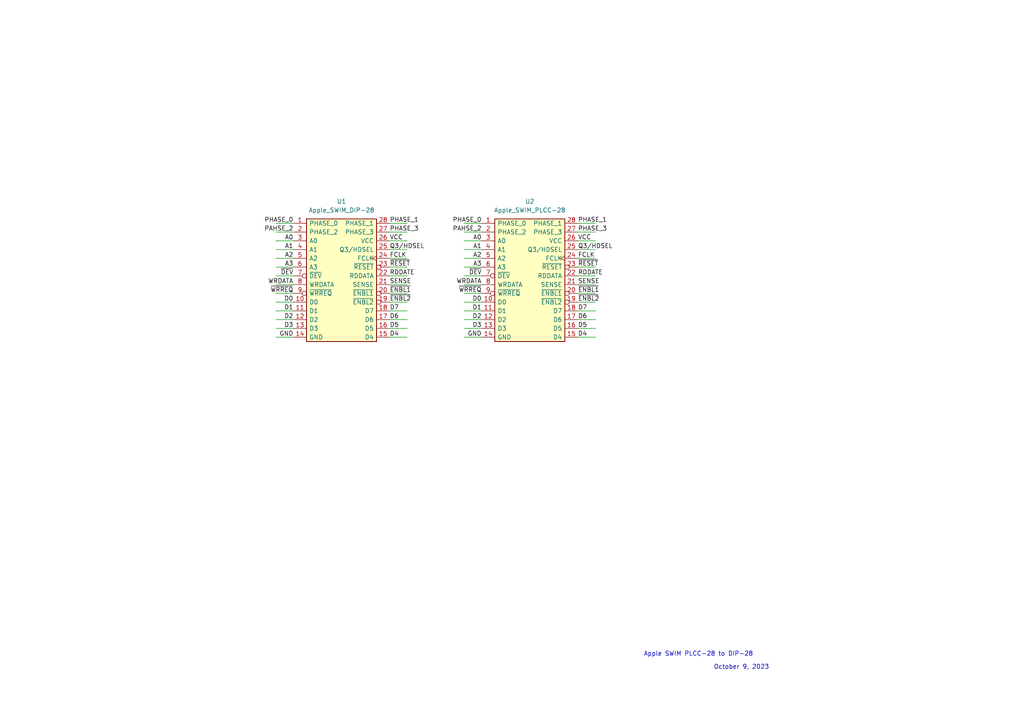
<source format=kicad_sch>
(kicad_sch (version 20211123) (generator eeschema)

  (uuid c73a1931-7372-48ba-ab36-914e4fba4a73)

  (paper "A4")

  (lib_symbols
    (symbol "alxlab:Apple_SWIM_DIP-28" (pin_names (offset 0.762)) (in_bom yes) (on_board yes)
      (property "Reference" "U" (id 0) (at 0 21.59 0)
        (effects (font (size 1.27 1.27)))
      )
      (property "Value" "Apple_SWIM_DIP-28" (id 1) (at 0 19.05 0)
        (effects (font (size 1.27 1.27)))
      )
      (property "Footprint" "Package_DIP:DIP-28_W15.24mm" (id 2) (at 0 -21.59 0)
        (effects (font (size 1.27 1.27)) hide)
      )
      (property "Datasheet" "" (id 3) (at 0 -5.08 0)
        (effects (font (size 1.27 1.27)) hide)
      )
      (symbol "Apple_SWIM_DIP-28_1_1"
        (rectangle (start -10.16 16.51) (end 10.16 -19.05)
          (stroke (width 0.254) (type default) (color 0 0 0 0))
          (fill (type background))
        )
        (pin bidirectional line (at -13.97 15.24 0) (length 3.81)
          (name "PHASE_0" (effects (font (size 1.27 1.27))))
          (number "1" (effects (font (size 1.27 1.27))))
        )
        (pin bidirectional line (at -13.97 -7.62 0) (length 3.81)
          (name "D0" (effects (font (size 1.27 1.27))))
          (number "10" (effects (font (size 1.27 1.27))))
        )
        (pin bidirectional line (at -13.97 -10.16 0) (length 3.81)
          (name "D1" (effects (font (size 1.27 1.27))))
          (number "11" (effects (font (size 1.27 1.27))))
        )
        (pin bidirectional line (at -13.97 -12.7 0) (length 3.81)
          (name "D2" (effects (font (size 1.27 1.27))))
          (number "12" (effects (font (size 1.27 1.27))))
        )
        (pin bidirectional line (at -13.97 -15.24 0) (length 3.81)
          (name "D3" (effects (font (size 1.27 1.27))))
          (number "13" (effects (font (size 1.27 1.27))))
        )
        (pin power_in line (at -13.97 -17.78 0) (length 3.81)
          (name "GND" (effects (font (size 1.27 1.27))))
          (number "14" (effects (font (size 1.27 1.27))))
        )
        (pin bidirectional line (at 13.97 -17.78 180) (length 3.81)
          (name "D4" (effects (font (size 1.27 1.27))))
          (number "15" (effects (font (size 1.27 1.27))))
        )
        (pin bidirectional line (at 13.97 -15.24 180) (length 3.81)
          (name "D5" (effects (font (size 1.27 1.27))))
          (number "16" (effects (font (size 1.27 1.27))))
        )
        (pin bidirectional line (at 13.97 -12.7 180) (length 3.81)
          (name "D6" (effects (font (size 1.27 1.27))))
          (number "17" (effects (font (size 1.27 1.27))))
        )
        (pin bidirectional line (at 13.97 -10.16 180) (length 3.81)
          (name "D7" (effects (font (size 1.27 1.27))))
          (number "18" (effects (font (size 1.27 1.27))))
        )
        (pin output inverted (at 13.97 -7.62 180) (length 3.81)
          (name "~{ENBL2}" (effects (font (size 1.27 1.27))))
          (number "19" (effects (font (size 1.27 1.27))))
        )
        (pin bidirectional line (at -13.97 12.7 0) (length 3.81)
          (name "PHASE_2" (effects (font (size 1.27 1.27))))
          (number "2" (effects (font (size 1.27 1.27))))
        )
        (pin output inverted (at 13.97 -5.08 180) (length 3.81)
          (name "~{ENBL1}" (effects (font (size 1.27 1.27))))
          (number "20" (effects (font (size 1.27 1.27))))
        )
        (pin input line (at 13.97 -2.54 180) (length 3.81)
          (name "SENSE" (effects (font (size 1.27 1.27))))
          (number "21" (effects (font (size 1.27 1.27))))
        )
        (pin input line (at 13.97 0 180) (length 3.81)
          (name "RDDATA" (effects (font (size 1.27 1.27))))
          (number "22" (effects (font (size 1.27 1.27))))
        )
        (pin input inverted (at 13.97 2.54 180) (length 3.81)
          (name "~{RESET}" (effects (font (size 1.27 1.27))))
          (number "23" (effects (font (size 1.27 1.27))))
        )
        (pin input clock (at 13.97 5.08 180) (length 3.81)
          (name "FCLK" (effects (font (size 1.27 1.27))))
          (number "24" (effects (font (size 1.27 1.27))))
        )
        (pin bidirectional line (at 13.97 7.62 180) (length 3.81)
          (name "Q3/HDSEL" (effects (font (size 1.27 1.27))))
          (number "25" (effects (font (size 1.27 1.27))))
        )
        (pin power_in line (at 13.97 10.16 180) (length 3.81)
          (name "VCC" (effects (font (size 1.27 1.27))))
          (number "26" (effects (font (size 1.27 1.27))))
        )
        (pin bidirectional line (at 13.97 12.7 180) (length 3.81)
          (name "PHASE_3" (effects (font (size 1.27 1.27))))
          (number "27" (effects (font (size 1.27 1.27))))
        )
        (pin bidirectional line (at 13.97 15.24 180) (length 3.81)
          (name "PHASE_1" (effects (font (size 1.27 1.27))))
          (number "28" (effects (font (size 1.27 1.27))))
        )
        (pin input line (at -13.97 10.16 0) (length 3.81)
          (name "A0" (effects (font (size 1.27 1.27))))
          (number "3" (effects (font (size 1.27 1.27))))
        )
        (pin input line (at -13.97 7.62 0) (length 3.81)
          (name "A1" (effects (font (size 1.27 1.27))))
          (number "4" (effects (font (size 1.27 1.27))))
        )
        (pin input line (at -13.97 5.08 0) (length 3.81)
          (name "A2" (effects (font (size 1.27 1.27))))
          (number "5" (effects (font (size 1.27 1.27))))
        )
        (pin input line (at -13.97 2.54 0) (length 3.81)
          (name "A3" (effects (font (size 1.27 1.27))))
          (number "6" (effects (font (size 1.27 1.27))))
        )
        (pin input inverted (at -13.97 0 0) (length 3.81)
          (name "~{DEV}" (effects (font (size 1.27 1.27))))
          (number "7" (effects (font (size 1.27 1.27))))
        )
        (pin output line (at -13.97 -2.54 0) (length 3.81)
          (name "WRDATA" (effects (font (size 1.27 1.27))))
          (number "8" (effects (font (size 1.27 1.27))))
        )
        (pin output inverted (at -13.97 -5.08 0) (length 3.81)
          (name "~{WRREQ}" (effects (font (size 1.27 1.27))))
          (number "9" (effects (font (size 1.27 1.27))))
        )
      )
    )
    (symbol "alxlab:Apple_SWIM_PLCC-28" (pin_names (offset 0.762)) (in_bom yes) (on_board yes)
      (property "Reference" "U" (id 0) (at 0 21.59 0)
        (effects (font (size 1.27 1.27)))
      )
      (property "Value" "Apple_SWIM_PLCC-28" (id 1) (at 0 19.05 0)
        (effects (font (size 1.27 1.27)))
      )
      (property "Footprint" "Package_LCC:PLCC-28" (id 2) (at 0 -21.59 0)
        (effects (font (size 1.27 1.27)) hide)
      )
      (property "Datasheet" "" (id 3) (at 0 -5.08 0)
        (effects (font (size 1.27 1.27)) hide)
      )
      (symbol "Apple_SWIM_PLCC-28_1_1"
        (rectangle (start -10.16 16.51) (end 10.16 -19.05)
          (stroke (width 0.254) (type default) (color 0 0 0 0))
          (fill (type background))
        )
        (pin bidirectional line (at -13.97 15.24 0) (length 3.81)
          (name "PHASE_0" (effects (font (size 1.27 1.27))))
          (number "1" (effects (font (size 1.27 1.27))))
        )
        (pin bidirectional line (at -13.97 -7.62 0) (length 3.81)
          (name "D0" (effects (font (size 1.27 1.27))))
          (number "10" (effects (font (size 1.27 1.27))))
        )
        (pin bidirectional line (at -13.97 -10.16 0) (length 3.81)
          (name "D1" (effects (font (size 1.27 1.27))))
          (number "11" (effects (font (size 1.27 1.27))))
        )
        (pin bidirectional line (at -13.97 -12.7 0) (length 3.81)
          (name "D2" (effects (font (size 1.27 1.27))))
          (number "12" (effects (font (size 1.27 1.27))))
        )
        (pin bidirectional line (at -13.97 -15.24 0) (length 3.81)
          (name "D3" (effects (font (size 1.27 1.27))))
          (number "13" (effects (font (size 1.27 1.27))))
        )
        (pin power_in line (at -13.97 -17.78 0) (length 3.81)
          (name "GND" (effects (font (size 1.27 1.27))))
          (number "14" (effects (font (size 1.27 1.27))))
        )
        (pin bidirectional line (at 13.97 -17.78 180) (length 3.81)
          (name "D4" (effects (font (size 1.27 1.27))))
          (number "15" (effects (font (size 1.27 1.27))))
        )
        (pin bidirectional line (at 13.97 -15.24 180) (length 3.81)
          (name "D5" (effects (font (size 1.27 1.27))))
          (number "16" (effects (font (size 1.27 1.27))))
        )
        (pin bidirectional line (at 13.97 -12.7 180) (length 3.81)
          (name "D6" (effects (font (size 1.27 1.27))))
          (number "17" (effects (font (size 1.27 1.27))))
        )
        (pin bidirectional line (at 13.97 -10.16 180) (length 3.81)
          (name "D7" (effects (font (size 1.27 1.27))))
          (number "18" (effects (font (size 1.27 1.27))))
        )
        (pin output inverted (at 13.97 -7.62 180) (length 3.81)
          (name "~{ENBL2}" (effects (font (size 1.27 1.27))))
          (number "19" (effects (font (size 1.27 1.27))))
        )
        (pin bidirectional line (at -13.97 12.7 0) (length 3.81)
          (name "PHASE_2" (effects (font (size 1.27 1.27))))
          (number "2" (effects (font (size 1.27 1.27))))
        )
        (pin output inverted (at 13.97 -5.08 180) (length 3.81)
          (name "~{ENBL1}" (effects (font (size 1.27 1.27))))
          (number "20" (effects (font (size 1.27 1.27))))
        )
        (pin input line (at 13.97 -2.54 180) (length 3.81)
          (name "SENSE" (effects (font (size 1.27 1.27))))
          (number "21" (effects (font (size 1.27 1.27))))
        )
        (pin input line (at 13.97 0 180) (length 3.81)
          (name "RDDATA" (effects (font (size 1.27 1.27))))
          (number "22" (effects (font (size 1.27 1.27))))
        )
        (pin input inverted (at 13.97 2.54 180) (length 3.81)
          (name "~{RESET}" (effects (font (size 1.27 1.27))))
          (number "23" (effects (font (size 1.27 1.27))))
        )
        (pin input clock (at 13.97 5.08 180) (length 3.81)
          (name "FCLK" (effects (font (size 1.27 1.27))))
          (number "24" (effects (font (size 1.27 1.27))))
        )
        (pin bidirectional line (at 13.97 7.62 180) (length 3.81)
          (name "Q3/HDSEL" (effects (font (size 1.27 1.27))))
          (number "25" (effects (font (size 1.27 1.27))))
        )
        (pin power_in line (at 13.97 10.16 180) (length 3.81)
          (name "VCC" (effects (font (size 1.27 1.27))))
          (number "26" (effects (font (size 1.27 1.27))))
        )
        (pin bidirectional line (at 13.97 12.7 180) (length 3.81)
          (name "PHASE_3" (effects (font (size 1.27 1.27))))
          (number "27" (effects (font (size 1.27 1.27))))
        )
        (pin bidirectional line (at 13.97 15.24 180) (length 3.81)
          (name "PHASE_1" (effects (font (size 1.27 1.27))))
          (number "28" (effects (font (size 1.27 1.27))))
        )
        (pin input line (at -13.97 10.16 0) (length 3.81)
          (name "A0" (effects (font (size 1.27 1.27))))
          (number "3" (effects (font (size 1.27 1.27))))
        )
        (pin input line (at -13.97 7.62 0) (length 3.81)
          (name "A1" (effects (font (size 1.27 1.27))))
          (number "4" (effects (font (size 1.27 1.27))))
        )
        (pin input line (at -13.97 5.08 0) (length 3.81)
          (name "A2" (effects (font (size 1.27 1.27))))
          (number "5" (effects (font (size 1.27 1.27))))
        )
        (pin input line (at -13.97 2.54 0) (length 3.81)
          (name "A3" (effects (font (size 1.27 1.27))))
          (number "6" (effects (font (size 1.27 1.27))))
        )
        (pin input inverted (at -13.97 0 0) (length 3.81)
          (name "~{DEV}" (effects (font (size 1.27 1.27))))
          (number "7" (effects (font (size 1.27 1.27))))
        )
        (pin output line (at -13.97 -2.54 0) (length 3.81)
          (name "WRDATA" (effects (font (size 1.27 1.27))))
          (number "8" (effects (font (size 1.27 1.27))))
        )
        (pin output inverted (at -13.97 -5.08 0) (length 3.81)
          (name "~{WRREQ}" (effects (font (size 1.27 1.27))))
          (number "9" (effects (font (size 1.27 1.27))))
        )
      )
    )
  )


  (wire (pts (xy 80.01 67.31) (xy 85.09 67.31))
    (stroke (width 0) (type default) (color 0 0 0 0))
    (uuid 02b6d859-cf0a-4b78-90d7-c245f4606047)
  )
  (wire (pts (xy 80.01 80.01) (xy 85.09 80.01))
    (stroke (width 0) (type default) (color 0 0 0 0))
    (uuid 0561e8e0-7b08-41d1-b83c-2c8c790e25cd)
  )
  (wire (pts (xy 113.03 90.17) (xy 118.11 90.17))
    (stroke (width 0) (type default) (color 0 0 0 0))
    (uuid 0b4b483e-d99d-4f87-b4f8-71da52a8e61e)
  )
  (wire (pts (xy 80.01 69.85) (xy 85.09 69.85))
    (stroke (width 0) (type default) (color 0 0 0 0))
    (uuid 0d9320bb-9627-46bc-9ef6-5a7587493f01)
  )
  (wire (pts (xy 113.03 97.79) (xy 118.11 97.79))
    (stroke (width 0) (type default) (color 0 0 0 0))
    (uuid 0ee116da-0fc1-46a0-9267-732f40e70fe2)
  )
  (wire (pts (xy 80.01 82.55) (xy 85.09 82.55))
    (stroke (width 0) (type default) (color 0 0 0 0))
    (uuid 2035f49e-1f8c-4c90-bf34-b8f0fbf9c692)
  )
  (wire (pts (xy 134.62 95.25) (xy 139.7 95.25))
    (stroke (width 0) (type default) (color 0 0 0 0))
    (uuid 21a6a613-cd7a-422b-ac0a-8e25fbcf2593)
  )
  (wire (pts (xy 167.64 67.31) (xy 172.72 67.31))
    (stroke (width 0) (type default) (color 0 0 0 0))
    (uuid 25b118b6-c3d8-4b1e-b1ea-7f6cfc095a0b)
  )
  (wire (pts (xy 113.03 80.01) (xy 118.11 80.01))
    (stroke (width 0) (type default) (color 0 0 0 0))
    (uuid 2a3db7da-00db-4266-9343-a2a2b1142648)
  )
  (wire (pts (xy 167.64 74.93) (xy 172.72 74.93))
    (stroke (width 0) (type default) (color 0 0 0 0))
    (uuid 2cbff663-a1a6-4a16-afbe-e942a7a9941c)
  )
  (wire (pts (xy 167.64 69.85) (xy 172.72 69.85))
    (stroke (width 0) (type default) (color 0 0 0 0))
    (uuid 2d631636-af06-4879-8ebb-75fbc8ecbe74)
  )
  (wire (pts (xy 134.62 87.63) (xy 139.7 87.63))
    (stroke (width 0) (type default) (color 0 0 0 0))
    (uuid 30f9f705-a157-4364-8ebf-f4e94ae78272)
  )
  (wire (pts (xy 167.64 85.09) (xy 172.72 85.09))
    (stroke (width 0) (type default) (color 0 0 0 0))
    (uuid 32bad0e2-d3a9-4bd3-b9fe-482beb10a57a)
  )
  (wire (pts (xy 134.62 92.71) (xy 139.7 92.71))
    (stroke (width 0) (type default) (color 0 0 0 0))
    (uuid 3498303e-cf85-4500-9da5-c4a2b33a2086)
  )
  (wire (pts (xy 167.64 97.79) (xy 172.72 97.79))
    (stroke (width 0) (type default) (color 0 0 0 0))
    (uuid 38b8e677-1b65-4f87-9bcf-2432bdf46311)
  )
  (wire (pts (xy 134.62 90.17) (xy 139.7 90.17))
    (stroke (width 0) (type default) (color 0 0 0 0))
    (uuid 392489c8-2e8c-4985-af57-411f4da06e1b)
  )
  (wire (pts (xy 80.01 87.63) (xy 85.09 87.63))
    (stroke (width 0) (type default) (color 0 0 0 0))
    (uuid 40e3e4db-31f7-4c20-8cb0-046ecca1ebc6)
  )
  (wire (pts (xy 134.62 64.77) (xy 139.7 64.77))
    (stroke (width 0) (type default) (color 0 0 0 0))
    (uuid 455dcbd2-9929-45ac-a3ba-1139f1910dce)
  )
  (wire (pts (xy 134.62 82.55) (xy 139.7 82.55))
    (stroke (width 0) (type default) (color 0 0 0 0))
    (uuid 459f5382-e0d4-4fba-b2f8-04a528eba67c)
  )
  (wire (pts (xy 167.64 72.39) (xy 172.72 72.39))
    (stroke (width 0) (type default) (color 0 0 0 0))
    (uuid 459fd3e7-9f48-4efb-92fa-b17650ace633)
  )
  (wire (pts (xy 134.62 97.79) (xy 139.7 97.79))
    (stroke (width 0) (type default) (color 0 0 0 0))
    (uuid 519c75a6-8c2d-42d8-b4cd-6ea588e110d9)
  )
  (wire (pts (xy 113.03 67.31) (xy 118.11 67.31))
    (stroke (width 0) (type default) (color 0 0 0 0))
    (uuid 58823515-067b-4088-adcf-f936dc601458)
  )
  (wire (pts (xy 134.62 80.01) (xy 139.7 80.01))
    (stroke (width 0) (type default) (color 0 0 0 0))
    (uuid 627d7652-8c30-4023-a796-1c7815527327)
  )
  (wire (pts (xy 167.64 80.01) (xy 172.72 80.01))
    (stroke (width 0) (type default) (color 0 0 0 0))
    (uuid 628d54b3-8010-4e87-aa13-f62600322e9a)
  )
  (wire (pts (xy 113.03 64.77) (xy 118.11 64.77))
    (stroke (width 0) (type default) (color 0 0 0 0))
    (uuid 674903d4-3993-43fe-8088-8f6923f9c8ed)
  )
  (wire (pts (xy 113.03 82.55) (xy 118.11 82.55))
    (stroke (width 0) (type default) (color 0 0 0 0))
    (uuid 67be4e14-ea59-46f5-b95a-a1a9b816001b)
  )
  (wire (pts (xy 167.64 82.55) (xy 172.72 82.55))
    (stroke (width 0) (type default) (color 0 0 0 0))
    (uuid 6a643e6a-6faf-40e4-ad5f-1b7964229d63)
  )
  (wire (pts (xy 113.03 77.47) (xy 118.11 77.47))
    (stroke (width 0) (type default) (color 0 0 0 0))
    (uuid 6cd2648a-da3d-4419-8c70-860a6c0ba09d)
  )
  (wire (pts (xy 80.01 74.93) (xy 85.09 74.93))
    (stroke (width 0) (type default) (color 0 0 0 0))
    (uuid 76c4295e-b705-42d8-92bd-babb28513eaa)
  )
  (wire (pts (xy 167.64 77.47) (xy 172.72 77.47))
    (stroke (width 0) (type default) (color 0 0 0 0))
    (uuid 7736d603-1ff7-47d0-8691-1afcc0c93da0)
  )
  (wire (pts (xy 113.03 92.71) (xy 118.11 92.71))
    (stroke (width 0) (type default) (color 0 0 0 0))
    (uuid 7afe3fa1-9c3b-45ac-b7a9-d060f20061ef)
  )
  (wire (pts (xy 113.03 72.39) (xy 118.11 72.39))
    (stroke (width 0) (type default) (color 0 0 0 0))
    (uuid 7b8373a8-d2bd-4553-93e6-da6b974073e1)
  )
  (wire (pts (xy 134.62 72.39) (xy 139.7 72.39))
    (stroke (width 0) (type default) (color 0 0 0 0))
    (uuid 7ee8a3e7-8d83-43f2-a518-117ee8264543)
  )
  (wire (pts (xy 113.03 74.93) (xy 118.11 74.93))
    (stroke (width 0) (type default) (color 0 0 0 0))
    (uuid 86e6b908-0f05-41ff-b1c1-6a6893b3aff0)
  )
  (wire (pts (xy 167.64 95.25) (xy 172.72 95.25))
    (stroke (width 0) (type default) (color 0 0 0 0))
    (uuid 880ba381-2419-496a-83a8-1f8359a88a75)
  )
  (wire (pts (xy 134.62 85.09) (xy 139.7 85.09))
    (stroke (width 0) (type default) (color 0 0 0 0))
    (uuid 90d788df-080f-435b-8847-6c80235b5cc1)
  )
  (wire (pts (xy 80.01 95.25) (xy 85.09 95.25))
    (stroke (width 0) (type default) (color 0 0 0 0))
    (uuid 9809f965-8441-4076-93ff-990df5338e33)
  )
  (wire (pts (xy 134.62 74.93) (xy 139.7 74.93))
    (stroke (width 0) (type default) (color 0 0 0 0))
    (uuid a28250b4-91b9-46d8-bc86-97a015c247b0)
  )
  (wire (pts (xy 113.03 95.25) (xy 118.11 95.25))
    (stroke (width 0) (type default) (color 0 0 0 0))
    (uuid a6faa453-6cbb-4fd0-a7ae-ef45e5e825d2)
  )
  (wire (pts (xy 167.64 64.77) (xy 172.72 64.77))
    (stroke (width 0) (type default) (color 0 0 0 0))
    (uuid a768cfab-d3fe-4a4c-89f6-4cb3ef854c0f)
  )
  (wire (pts (xy 113.03 87.63) (xy 118.11 87.63))
    (stroke (width 0) (type default) (color 0 0 0 0))
    (uuid aab8301c-ca87-4cbc-b22a-2ef76b68766d)
  )
  (wire (pts (xy 80.01 97.79) (xy 85.09 97.79))
    (stroke (width 0) (type default) (color 0 0 0 0))
    (uuid ac03afe3-1693-47b6-9a6d-7fa2d6be2bb2)
  )
  (wire (pts (xy 113.03 85.09) (xy 118.11 85.09))
    (stroke (width 0) (type default) (color 0 0 0 0))
    (uuid ae8507f8-e78b-4caf-bba4-13f24069c6c2)
  )
  (wire (pts (xy 80.01 92.71) (xy 85.09 92.71))
    (stroke (width 0) (type default) (color 0 0 0 0))
    (uuid b1e8ac0c-671a-4b81-a40e-af327854a0eb)
  )
  (wire (pts (xy 134.62 67.31) (xy 139.7 67.31))
    (stroke (width 0) (type default) (color 0 0 0 0))
    (uuid bae72022-34a5-4793-8670-714ac6f621ec)
  )
  (wire (pts (xy 113.03 69.85) (xy 118.11 69.85))
    (stroke (width 0) (type default) (color 0 0 0 0))
    (uuid bb1e62f1-7151-4158-829d-23199232a95c)
  )
  (wire (pts (xy 80.01 77.47) (xy 85.09 77.47))
    (stroke (width 0) (type default) (color 0 0 0 0))
    (uuid be04cb78-3e88-4e03-a795-bc75366a9bf8)
  )
  (wire (pts (xy 167.64 92.71) (xy 172.72 92.71))
    (stroke (width 0) (type default) (color 0 0 0 0))
    (uuid c6777adf-e387-4d6e-b59c-4fa8508b1721)
  )
  (wire (pts (xy 167.64 90.17) (xy 172.72 90.17))
    (stroke (width 0) (type default) (color 0 0 0 0))
    (uuid c69f8967-8da1-4ce2-b3c3-d59c5222e34f)
  )
  (wire (pts (xy 80.01 72.39) (xy 85.09 72.39))
    (stroke (width 0) (type default) (color 0 0 0 0))
    (uuid c7efe72e-82cf-405f-8fa8-cdbd9a6cc7a5)
  )
  (wire (pts (xy 167.64 87.63) (xy 172.72 87.63))
    (stroke (width 0) (type default) (color 0 0 0 0))
    (uuid cc1886fd-82de-4088-acbf-a57bf303a673)
  )
  (wire (pts (xy 80.01 90.17) (xy 85.09 90.17))
    (stroke (width 0) (type default) (color 0 0 0 0))
    (uuid cff431d5-fc8b-467b-a3b3-fec3e4a11a7b)
  )
  (wire (pts (xy 80.01 85.09) (xy 85.09 85.09))
    (stroke (width 0) (type default) (color 0 0 0 0))
    (uuid e5e53f8c-9e62-47eb-8c94-b9e0e611d76f)
  )
  (wire (pts (xy 134.62 69.85) (xy 139.7 69.85))
    (stroke (width 0) (type default) (color 0 0 0 0))
    (uuid ec9179a5-0583-45c2-a530-a4bc90afe8dd)
  )
  (wire (pts (xy 134.62 77.47) (xy 139.7 77.47))
    (stroke (width 0) (type default) (color 0 0 0 0))
    (uuid eea382ba-1c0e-479d-af95-f5881eb5b5c0)
  )
  (wire (pts (xy 80.01 64.77) (xy 85.09 64.77))
    (stroke (width 0) (type default) (color 0 0 0 0))
    (uuid f567472e-c4a4-4af6-a89b-c91c8dc83b5b)
  )

  (text "October 9, 2023" (at 207.01 194.31 0)
    (effects (font (size 1.27 1.27)) (justify left bottom))
    (uuid a9ceb9ca-2b31-409c-b7db-d82bc450a9d7)
  )
  (text "Apple SWIM PLCC-28 to DIP-28" (at 186.69 190.5 0)
    (effects (font (size 1.27 1.27)) (justify left bottom))
    (uuid e7d3459e-13c6-4acb-97b4-d5541c6d361a)
  )

  (label "VCC" (at 113.03 69.85 0)
    (effects (font (size 1.27 1.27)) (justify left bottom))
    (uuid 05db3f09-fd82-4610-a5c8-505c71c14a55)
  )
  (label "A2" (at 139.7 74.93 180)
    (effects (font (size 1.27 1.27)) (justify right bottom))
    (uuid 08aca307-91e0-4a01-9c5b-6cffebb6e6aa)
  )
  (label "SENSE" (at 113.03 82.55 0)
    (effects (font (size 1.27 1.27)) (justify left bottom))
    (uuid 10158689-f387-4298-8d43-2835b30e39af)
  )
  (label "D1" (at 85.09 90.17 180)
    (effects (font (size 1.27 1.27)) (justify right bottom))
    (uuid 1019dbdb-4c0a-4216-bcbd-289491dc2ee1)
  )
  (label "PAHSE_2" (at 85.09 67.31 180)
    (effects (font (size 1.27 1.27)) (justify right bottom))
    (uuid 10d22977-b333-4d9f-84e4-a43a2a41a298)
  )
  (label "~{DEV}" (at 139.7 80.01 180)
    (effects (font (size 1.27 1.27)) (justify right bottom))
    (uuid 11ff4699-51f3-4621-aea4-5232c437635f)
  )
  (label "D4" (at 113.03 97.79 0)
    (effects (font (size 1.27 1.27)) (justify left bottom))
    (uuid 1716a84b-a961-481c-9bc6-d61268abccd8)
  )
  (label "Q3{slash}HDSEL" (at 113.03 72.39 0)
    (effects (font (size 1.27 1.27)) (justify left bottom))
    (uuid 17511131-3bf5-4811-8322-95f6aa5324af)
  )
  (label "PHASE_0" (at 139.7 64.77 180)
    (effects (font (size 1.27 1.27)) (justify right bottom))
    (uuid 1a5852d0-d6fa-4f4f-9989-765e820e031c)
  )
  (label "D0" (at 139.7 87.63 180)
    (effects (font (size 1.27 1.27)) (justify right bottom))
    (uuid 1a7af7a3-71dd-4c0a-8ff3-72d30e4b0a48)
  )
  (label "D1" (at 139.7 90.17 180)
    (effects (font (size 1.27 1.27)) (justify right bottom))
    (uuid 2042e5b9-fc2d-467f-aed6-afbfc7e56eb4)
  )
  (label "D5" (at 113.03 95.25 0)
    (effects (font (size 1.27 1.27)) (justify left bottom))
    (uuid 243161f9-23a8-4602-95dd-368c736d2eb7)
  )
  (label "WRDATA" (at 139.7 82.55 180)
    (effects (font (size 1.27 1.27)) (justify right bottom))
    (uuid 277db72f-2990-4af5-8f33-77151ccb1ede)
  )
  (label "~{DEV}" (at 85.09 80.01 180)
    (effects (font (size 1.27 1.27)) (justify right bottom))
    (uuid 310ce6b1-5927-4c56-85dd-3ebfba5f0893)
  )
  (label "D6" (at 167.64 92.71 0)
    (effects (font (size 1.27 1.27)) (justify left bottom))
    (uuid 32cbb571-e1d5-451b-902d-549ca15c02f8)
  )
  (label "D6" (at 113.03 92.71 0)
    (effects (font (size 1.27 1.27)) (justify left bottom))
    (uuid 39b2519e-ff99-4de8-a81c-938d869f6391)
  )
  (label "PAHSE_2" (at 139.7 67.31 180)
    (effects (font (size 1.27 1.27)) (justify right bottom))
    (uuid 3a8aa968-dbe3-45bf-ba47-c5bfcb193d81)
  )
  (label "FCLK" (at 113.03 74.93 0)
    (effects (font (size 1.27 1.27)) (justify left bottom))
    (uuid 459f7be2-249d-414a-b094-17e426de5841)
  )
  (label "D7" (at 167.64 90.17 0)
    (effects (font (size 1.27 1.27)) (justify left bottom))
    (uuid 4c80e076-9c12-47cb-bcb1-0d942ba5ee18)
  )
  (label "D7" (at 113.03 90.17 0)
    (effects (font (size 1.27 1.27)) (justify left bottom))
    (uuid 5132e916-c6da-4ec7-b637-6ee9df1d6688)
  )
  (label "D5" (at 167.64 95.25 0)
    (effects (font (size 1.27 1.27)) (justify left bottom))
    (uuid 58b4f40a-7b94-409e-80ad-a7857f9bf796)
  )
  (label "D0" (at 85.09 87.63 180)
    (effects (font (size 1.27 1.27)) (justify right bottom))
    (uuid 5cb39d63-bc01-4080-a15d-acc27ea3646b)
  )
  (label "FCLK" (at 167.64 74.93 0)
    (effects (font (size 1.27 1.27)) (justify left bottom))
    (uuid 5f83c641-490c-482d-8bcf-909cda676280)
  )
  (label "GND" (at 85.09 97.79 180)
    (effects (font (size 1.27 1.27)) (justify right bottom))
    (uuid 638c3b27-94be-49db-ad8a-aa48d27025ec)
  )
  (label "SENSE" (at 167.64 82.55 0)
    (effects (font (size 1.27 1.27)) (justify left bottom))
    (uuid 64c9186a-7d86-44e3-99fd-bc7781909060)
  )
  (label "RDDATE" (at 167.64 80.01 0)
    (effects (font (size 1.27 1.27)) (justify left bottom))
    (uuid 6f48f3aa-7236-4c8c-9ea9-4f9fc2fa4bdc)
  )
  (label "PHASE_1" (at 113.03 64.77 0)
    (effects (font (size 1.27 1.27)) (justify left bottom))
    (uuid 76180914-910c-442c-94f4-d31883a46028)
  )
  (label "A0" (at 85.09 69.85 180)
    (effects (font (size 1.27 1.27)) (justify right bottom))
    (uuid 7d620d28-2558-4e93-9ba8-bfa233310e80)
  )
  (label "~{ENBL2}" (at 167.64 87.63 0)
    (effects (font (size 1.27 1.27)) (justify left bottom))
    (uuid 7df31f7b-4f3d-4c6b-9c42-54ae970d6705)
  )
  (label "~{ENBL1}" (at 113.03 85.09 0)
    (effects (font (size 1.27 1.27)) (justify left bottom))
    (uuid 867245c7-8806-4d05-98e6-146192dbdfcd)
  )
  (label "D2" (at 139.7 92.71 180)
    (effects (font (size 1.27 1.27)) (justify right bottom))
    (uuid 86dcf8dd-ecb7-481b-9c2d-6df8e7275f6d)
  )
  (label "A3" (at 85.09 77.47 180)
    (effects (font (size 1.27 1.27)) (justify right bottom))
    (uuid 86e5ec4a-c078-46a4-9805-91f04103445f)
  )
  (label "Q3{slash}HDSEL" (at 167.64 72.39 0)
    (effects (font (size 1.27 1.27)) (justify left bottom))
    (uuid 882941c8-b4d1-4273-9a3e-9140097eee06)
  )
  (label "WRDATA" (at 85.09 82.55 180)
    (effects (font (size 1.27 1.27)) (justify right bottom))
    (uuid 8f3827df-0a74-42bb-92dc-d8397b74ba52)
  )
  (label "D4" (at 167.64 97.79 0)
    (effects (font (size 1.27 1.27)) (justify left bottom))
    (uuid 99b0d1b3-1a07-4c7a-8d74-823b7ba2b32c)
  )
  (label "VCC" (at 167.64 69.85 0)
    (effects (font (size 1.27 1.27)) (justify left bottom))
    (uuid 9a064fc9-3567-4913-95ba-47b14b4a73b5)
  )
  (label "~{ENBL1}" (at 167.64 85.09 0)
    (effects (font (size 1.27 1.27)) (justify left bottom))
    (uuid a125d320-30e9-4b7d-ac88-218b4d544837)
  )
  (label "D3" (at 139.7 95.25 180)
    (effects (font (size 1.27 1.27)) (justify right bottom))
    (uuid a42ed9d8-377a-48b9-81e0-6c72d795c8c6)
  )
  (label "~{ENBL2}" (at 113.03 87.63 0)
    (effects (font (size 1.27 1.27)) (justify left bottom))
    (uuid a76ba7f0-e01f-4320-9d83-988a52f1f1bb)
  )
  (label "PHASE_3" (at 113.03 67.31 0)
    (effects (font (size 1.27 1.27)) (justify left bottom))
    (uuid aa881390-04ea-4693-88ba-f99a5810a3d7)
  )
  (label "D2" (at 85.09 92.71 180)
    (effects (font (size 1.27 1.27)) (justify right bottom))
    (uuid b2640040-e8eb-4995-881d-e92012cbbcbd)
  )
  (label "~{WRREQ}" (at 139.7 85.09 180)
    (effects (font (size 1.27 1.27)) (justify right bottom))
    (uuid b51d3f3d-df55-481a-bc4e-241bb0d60766)
  )
  (label "D3" (at 85.09 95.25 180)
    (effects (font (size 1.27 1.27)) (justify right bottom))
    (uuid b790484d-b60a-43e8-af8c-0b604df59f31)
  )
  (label "PHASE_1" (at 167.64 64.77 0)
    (effects (font (size 1.27 1.27)) (justify left bottom))
    (uuid c6e60d6c-66e1-4a31-829d-6a83561b5bfa)
  )
  (label "~{RESET}" (at 167.64 77.47 0)
    (effects (font (size 1.27 1.27)) (justify left bottom))
    (uuid ca7470fe-a50c-4193-9239-bca1c7d42264)
  )
  (label "RDDATE" (at 113.03 80.01 0)
    (effects (font (size 1.27 1.27)) (justify left bottom))
    (uuid ce2d38bc-4710-412d-bc4f-2f0b1c8ecefa)
  )
  (label "GND" (at 139.7 97.79 180)
    (effects (font (size 1.27 1.27)) (justify right bottom))
    (uuid d41fc976-8dd2-4567-82e5-a3eca3567281)
  )
  (label "A0" (at 139.7 69.85 180)
    (effects (font (size 1.27 1.27)) (justify right bottom))
    (uuid d9649e38-14eb-4adb-9707-f1b2ade146dc)
  )
  (label "A3" (at 139.7 77.47 180)
    (effects (font (size 1.27 1.27)) (justify right bottom))
    (uuid dd4a77f9-579b-4a5c-88bf-167a31be74fb)
  )
  (label "PHASE_0" (at 85.09 64.77 180)
    (effects (font (size 1.27 1.27)) (justify right bottom))
    (uuid e2d2c283-680a-4dc6-b845-af4b3ddfc455)
  )
  (label "~{RESET}" (at 113.03 77.47 0)
    (effects (font (size 1.27 1.27)) (justify left bottom))
    (uuid e334e448-63fb-4482-a352-07745f5e9b2e)
  )
  (label "A1" (at 139.7 72.39 180)
    (effects (font (size 1.27 1.27)) (justify right bottom))
    (uuid e4a30378-1139-4453-b5b4-43b0e1c4487c)
  )
  (label "A1" (at 85.09 72.39 180)
    (effects (font (size 1.27 1.27)) (justify right bottom))
    (uuid ea9f5482-93b7-4026-8389-342ecb1656d1)
  )
  (label "A2" (at 85.09 74.93 180)
    (effects (font (size 1.27 1.27)) (justify right bottom))
    (uuid f95d71e3-cdc7-45a3-9e43-e3bcf3fd80c7)
  )
  (label "PHASE_3" (at 167.64 67.31 0)
    (effects (font (size 1.27 1.27)) (justify left bottom))
    (uuid fac71445-e75a-41d5-8f9c-d12a6214deaa)
  )
  (label "~{WRREQ}" (at 85.09 85.09 180)
    (effects (font (size 1.27 1.27)) (justify right bottom))
    (uuid fefc9b3a-1140-4372-8e07-d3f0bf112341)
  )

  (symbol (lib_id "alxlab:Apple_SWIM_DIP-28") (at 99.06 80.01 0) (unit 1)
    (in_bom yes) (on_board yes) (fields_autoplaced)
    (uuid 3e73c391-e181-4b57-a61c-7f124dc14734)
    (property "Reference" "U1" (id 0) (at 99.06 58.42 0))
    (property "Value" "Apple_SWIM_DIP-28" (id 1) (at 99.06 60.96 0))
    (property "Footprint" "alxlab:DIP-28_W15.24mm_Lead-Frame_SHP-001" (id 2) (at 99.06 101.6 0)
      (effects (font (size 1.27 1.27)) hide)
    )
    (property "Datasheet" "" (id 3) (at 99.06 85.09 0)
      (effects (font (size 1.27 1.27)) hide)
    )
    (pin "1" (uuid 605ed069-dce8-452c-89fe-835b82a9db6d))
    (pin "10" (uuid ca38dc56-1ec2-4282-983a-5786316e8ca9))
    (pin "11" (uuid ca20b7cc-7178-423f-8e7a-eef30f26b0db))
    (pin "12" (uuid 5e4476c6-ec11-41a6-a284-9cce21b10212))
    (pin "13" (uuid 217eab3d-36ed-4ffd-a916-64e75995b3f9))
    (pin "14" (uuid 05316ddf-aa77-46fb-80a3-b336c119b98a))
    (pin "15" (uuid f3111a41-122f-4f49-b4da-cb5661a89aeb))
    (pin "16" (uuid fbe4d44f-ceab-4551-973c-23a8e5f16f12))
    (pin "17" (uuid 8cdb1b02-0110-47dc-b9a3-868cfad6dd7e))
    (pin "18" (uuid f041a8c8-8fea-49e7-8739-1274bc9e9a82))
    (pin "19" (uuid 9627aa5a-d736-4444-bf47-a229a0256d17))
    (pin "2" (uuid f991e62f-b437-43fa-ab79-60c2c227b4a8))
    (pin "20" (uuid 53a3a1f8-5eab-443a-98fd-e38e055c39b7))
    (pin "21" (uuid beeb5e84-ebd8-4531-afe2-3a67133a82d4))
    (pin "22" (uuid 41c55ca1-4923-42e2-9ea8-559b0aece891))
    (pin "23" (uuid be5ab4fe-1c8d-403f-b43a-449b011205ff))
    (pin "24" (uuid 4819f262-7da0-46e7-b1d9-3e7d661ab6b1))
    (pin "25" (uuid 6b13d442-51de-4420-a249-2466d77b0569))
    (pin "26" (uuid c5e31156-adf4-4dc1-8eb1-662a24f803d2))
    (pin "27" (uuid 2f48a028-938f-4246-8fe8-d60eb2933954))
    (pin "28" (uuid 46f2e611-cfaf-4825-84f9-4e9bc9ad13bf))
    (pin "3" (uuid c11e1120-5e29-4e21-b65b-3404ce71cce6))
    (pin "4" (uuid 18d6edbf-f1be-4258-9076-9faf1b6d9b02))
    (pin "5" (uuid 8648f052-1183-4b97-903f-40de00eb13be))
    (pin "6" (uuid cab6a35b-a153-4c14-900c-30a952ec547a))
    (pin "7" (uuid 6c3eeb0a-222d-446e-997f-f86ee46cf795))
    (pin "8" (uuid f742e50f-d758-44ff-b565-6c6e4232b040))
    (pin "9" (uuid 33f71744-8e70-44e6-af2e-50c9dce2e8ef))
  )

  (symbol (lib_id "alxlab:Apple_SWIM_PLCC-28") (at 153.67 80.01 0) (unit 1)
    (in_bom yes) (on_board yes) (fields_autoplaced)
    (uuid c5b8216e-a129-4761-8e53-5ceee9d53582)
    (property "Reference" "U2" (id 0) (at 153.67 58.42 0))
    (property "Value" "Apple_SWIM_PLCC-28" (id 1) (at 153.67 60.96 0))
    (property "Footprint" "Package_LCC:PLCC-28_THT-Socket" (id 2) (at 153.67 101.6 0)
      (effects (font (size 1.27 1.27)) hide)
    )
    (property "Datasheet" "" (id 3) (at 153.67 85.09 0)
      (effects (font (size 1.27 1.27)) hide)
    )
    (pin "1" (uuid 4901b3fc-4b66-4e86-8b25-710d223c4e47))
    (pin "10" (uuid 84469510-dcc2-4264-9736-4bc99d0fd2dd))
    (pin "11" (uuid d37055df-ed59-4129-ada5-680c10998e8d))
    (pin "12" (uuid 4a09955a-3476-4996-825f-17a1044e0e57))
    (pin "13" (uuid bfff799e-7206-4aa5-a8c4-2a55df9b887e))
    (pin "14" (uuid cbd5ca37-b5ed-4b2d-99ec-6bb852e7a032))
    (pin "15" (uuid 4f14f9f9-6a8d-44b3-b549-3bac2de77c3e))
    (pin "16" (uuid 064f8169-a5e6-4e69-bd7a-16b461726b7d))
    (pin "17" (uuid 95debedb-5321-462f-8fec-6b03eee930c1))
    (pin "18" (uuid 95419891-1068-422e-91e2-6fd384d6309b))
    (pin "19" (uuid 25bcdba8-83f9-44d5-bd35-dd8df560348b))
    (pin "2" (uuid 505b9dfb-88e5-4556-8f6e-2d2a48a50146))
    (pin "20" (uuid a57a9b64-83a9-4cdf-93d2-3c7c23398044))
    (pin "21" (uuid 3f87d873-0659-4529-8c63-8d1ea9b45050))
    (pin "22" (uuid 912c2bdc-8845-4f4d-b0fe-40b4a0246567))
    (pin "23" (uuid 914c0aa5-097d-4b60-a251-26d07c20d797))
    (pin "24" (uuid 9110a4ae-84a9-4b4b-aee8-57c43529b0ce))
    (pin "25" (uuid 209a8e41-9b40-4deb-8382-f84ac92099e2))
    (pin "26" (uuid c13783d9-c69a-413b-9bfd-f1ad04709d0d))
    (pin "27" (uuid 9857f640-4ae5-4c0d-8c16-b5a9b4ab7037))
    (pin "28" (uuid e1ec1f90-e2b1-406b-8e42-cd15c58f9f28))
    (pin "3" (uuid dd20a738-430b-43c8-a753-be790f1a393c))
    (pin "4" (uuid c5f9aa27-8da9-4c46-b513-3ffd796a8a22))
    (pin "5" (uuid a0df9a69-c9e4-4d78-964e-48b67d3fe381))
    (pin "6" (uuid 00d8d7af-995a-4808-8ba7-c8dfad1cd5dc))
    (pin "7" (uuid ad28a5ce-ccb5-44af-9e5e-636ce7584663))
    (pin "8" (uuid f981fafb-ec03-4ab2-bae9-bdcc48e3af28))
    (pin "9" (uuid c4d68098-5c0f-43d0-a86b-0cad746f3d91))
  )

  (sheet_instances
    (path "/" (page "1"))
  )

  (symbol_instances
    (path "/3e73c391-e181-4b57-a61c-7f124dc14734"
      (reference "U1") (unit 1) (value "Apple_SWIM_DIP-28") (footprint "alxlab:DIP-28_W15.24mm_Lead-Frame_SHP-001")
    )
    (path "/c5b8216e-a129-4761-8e53-5ceee9d53582"
      (reference "U2") (unit 1) (value "Apple_SWIM_PLCC-28") (footprint "Package_LCC:PLCC-28_THT-Socket")
    )
  )
)

</source>
